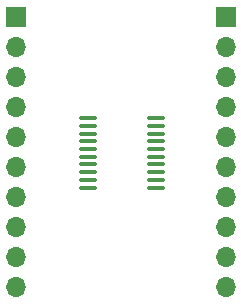
<source format=gbr>
%TF.GenerationSoftware,KiCad,Pcbnew,8.0.5*%
%TF.CreationDate,2024-09-28T17:35:52+02:00*%
%TF.ProjectId,adapterch32v003,61646170-7465-4726-9368-333276303033,rev?*%
%TF.SameCoordinates,Original*%
%TF.FileFunction,Soldermask,Top*%
%TF.FilePolarity,Negative*%
%FSLAX46Y46*%
G04 Gerber Fmt 4.6, Leading zero omitted, Abs format (unit mm)*
G04 Created by KiCad (PCBNEW 8.0.5) date 2024-09-28 17:35:52*
%MOMM*%
%LPD*%
G01*
G04 APERTURE LIST*
G04 Aperture macros list*
%AMRoundRect*
0 Rectangle with rounded corners*
0 $1 Rounding radius*
0 $2 $3 $4 $5 $6 $7 $8 $9 X,Y pos of 4 corners*
0 Add a 4 corners polygon primitive as box body*
4,1,4,$2,$3,$4,$5,$6,$7,$8,$9,$2,$3,0*
0 Add four circle primitives for the rounded corners*
1,1,$1+$1,$2,$3*
1,1,$1+$1,$4,$5*
1,1,$1+$1,$6,$7*
1,1,$1+$1,$8,$9*
0 Add four rect primitives between the rounded corners*
20,1,$1+$1,$2,$3,$4,$5,0*
20,1,$1+$1,$4,$5,$6,$7,0*
20,1,$1+$1,$6,$7,$8,$9,0*
20,1,$1+$1,$8,$9,$2,$3,0*%
G04 Aperture macros list end*
%ADD10R,1.700000X1.700000*%
%ADD11O,1.700000X1.700000*%
%ADD12RoundRect,0.100000X-0.637500X-0.100000X0.637500X-0.100000X0.637500X0.100000X-0.637500X0.100000X0*%
G04 APERTURE END LIST*
D10*
%TO.C,J1*%
X17000000Y-16960000D03*
D11*
X17000000Y-19500000D03*
X17000000Y-22040000D03*
X17000000Y-24580000D03*
X17000000Y-27120000D03*
X17000000Y-29660000D03*
X17000000Y-32200000D03*
X17000000Y-34740000D03*
X17000000Y-37280000D03*
X17000000Y-39820000D03*
%TD*%
D10*
%TO.C,J2*%
X34776982Y-16961934D03*
D11*
X34776982Y-19501934D03*
X34776982Y-22041934D03*
X34776982Y-24581934D03*
X34776982Y-27121934D03*
X34776982Y-29661934D03*
X34776982Y-32201934D03*
X34776982Y-34741934D03*
X34776982Y-37281934D03*
X34776982Y-39821934D03*
%TD*%
D12*
%TO.C,U1*%
X23137500Y-25575000D03*
X23137500Y-26225000D03*
X23137500Y-26875000D03*
X23137500Y-27525000D03*
X23137500Y-28175000D03*
X23137500Y-28825000D03*
X23137500Y-29475000D03*
X23137500Y-30125000D03*
X23137500Y-30775000D03*
X23137500Y-31425000D03*
X28862500Y-31425000D03*
X28862500Y-30775000D03*
X28862500Y-30125000D03*
X28862500Y-29475000D03*
X28862500Y-28825000D03*
X28862500Y-28175000D03*
X28862500Y-27525000D03*
X28862500Y-26875000D03*
X28862500Y-26225000D03*
X28862500Y-25575000D03*
%TD*%
M02*

</source>
